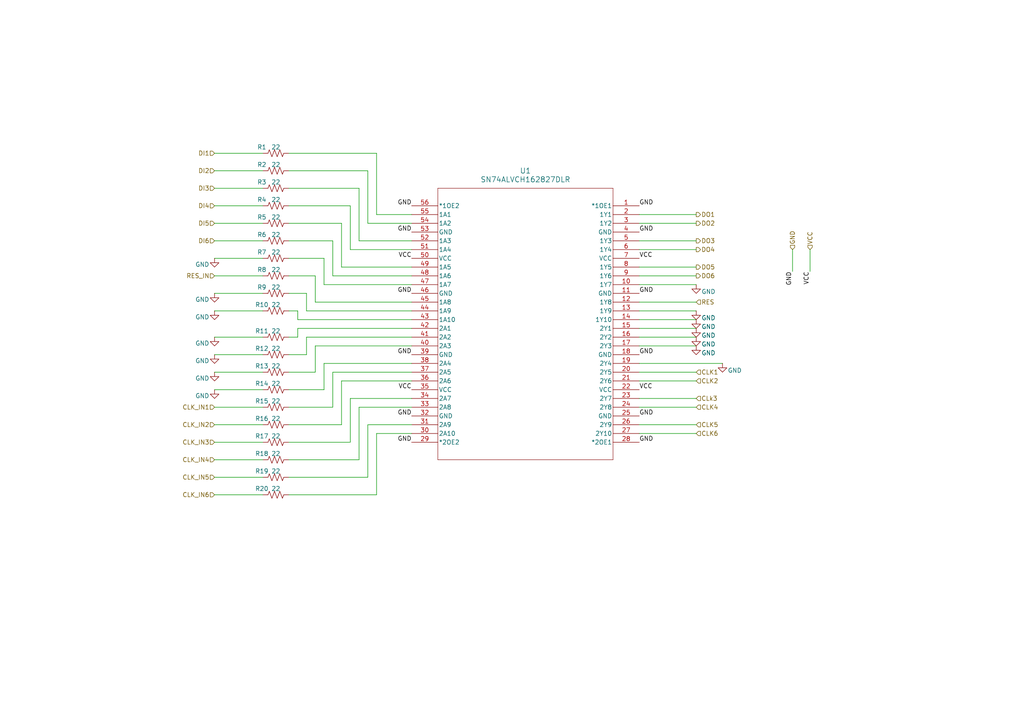
<source format=kicad_sch>
(kicad_sch (version 20231120) (generator "eeschema") (generator_version "8.0")
  (paper "A4")
  (lib_symbols
    (symbol "74ALVCH:SN74ALVCH162827DLR" (pin_names (offset 0.254))
      (property "Reference" "U" (at 33.02 10.16 0))
      (property "Value" "SN74ALVCH162827DLR" (at 33.02 7.62 0))
      (symbol "SN74ALVCH162827DLR_0_1"
        (polyline (pts (xy 7.62 -73.66) (xy 58.42 -73.66)) (stroke (width 0.127)))
        (polyline (pts (xy 7.62 5.08) (xy 7.62 -73.66)) (stroke (width 0.127)))
        (polyline (pts (xy 58.42 -73.66) (xy 58.42 5.08)) (stroke (width 0.127)))
        (polyline (pts (xy 58.42 5.08) (xy 7.62 5.08)) (stroke (width 0.127)))
        (pin input line (at 0 0 0) (length 7.62) (name "*1OE1") (number "1"))
        (pin output line (at 0 -22.86 0) (length 7.62) (name "1Y7") (number "10"))
        (pin power_in line (at 0 -25.4 0) (length 7.62) (name "GND") (number "11"))
        (pin output line (at 0 -27.94 0) (length 7.62) (name "1Y8") (number "12"))
        (pin output line (at 0 -30.48 0) (length 7.62) (name "1Y9") (number "13"))
        (pin output line (at 0 -33.02 0) (length 7.62) (name "1Y10") (number "14"))
        (pin output line (at 0 -35.56 0) (length 7.62) (name "2Y1") (number "15"))
        (pin output line (at 0 -38.1 0) (length 7.62) (name "2Y2") (number "16"))
        (pin output line (at 0 -40.64 0) (length 7.62) (name "2Y3") (number "17"))
        (pin power_in line (at 0 -43.18 0) (length 7.62) (name "GND") (number "18"))
        (pin output line (at 0 -45.72 0) (length 7.62) (name "2Y4") (number "19"))
        (pin output line (at 0 -2.54 0) (length 7.62) (name "1Y1") (number "2"))
        (pin output line (at 0 -48.26 0) (length 7.62) (name "2Y5") (number "20"))
        (pin output line (at 0 -50.8 0) (length 7.62) (name "2Y6") (number "21"))
        (pin power_in line (at 0 -53.34 0) (length 7.62) (name "VCC") (number "22"))
        (pin output line (at 0 -55.88 0) (length 7.62) (name "2Y7") (number "23"))
        (pin output line (at 0 -58.42 0) (length 7.62) (name "2Y8") (number "24"))
        (pin power_in line (at 0 -60.96 0) (length 7.62) (name "GND") (number "25"))
        (pin output line (at 0 -63.5 0) (length 7.62) (name "2Y9") (number "26"))
        (pin output line (at 0 -66.04 0) (length 7.62) (name "2Y10") (number "27"))
        (pin input line (at 0 -68.58 0) (length 7.62) (name "*2OE1") (number "28"))
        (pin input line (at 66.04 -68.58 180) (length 7.62) (name "*2OE2") (number "29"))
        (pin output line (at 0 -5.08 0) (length 7.62) (name "1Y2") (number "3"))
        (pin input line (at 66.04 -66.04 180) (length 7.62) (name "2A10") (number "30"))
        (pin input line (at 66.04 -63.5 180) (length 7.62) (name "2A9") (number "31"))
        (pin power_in line (at 66.04 -60.96 180) (length 7.62) (name "GND") (number "32"))
        (pin input line (at 66.04 -58.42 180) (length 7.62) (name "2A8") (number "33"))
        (pin input line (at 66.04 -55.88 180) (length 7.62) (name "2A7") (number "34"))
        (pin power_in line (at 66.04 -53.34 180) (length 7.62) (name "VCC") (number "35"))
        (pin input line (at 66.04 -50.8 180) (length 7.62) (name "2A6") (number "36"))
        (pin input line (at 66.04 -48.26 180) (length 7.62) (name "2A5") (number "37"))
        (pin input line (at 66.04 -45.72 180) (length 7.62) (name "2A4") (number "38"))
        (pin power_in line (at 66.04 -43.18 180) (length 7.62) (name "GND") (number "39"))
        (pin power_in line (at 0 -7.62 0) (length 7.62) (name "GND") (number "4"))
        (pin input line (at 66.04 -40.64 180) (length 7.62) (name "2A3") (number "40"))
        (pin input line (at 66.04 -38.1 180) (length 7.62) (name "2A2") (number "41"))
        (pin input line (at 66.04 -35.56 180) (length 7.62) (name "2A1") (number "42"))
        (pin input line (at 66.04 -33.02 180) (length 7.62) (name "1A10") (number "43"))
        (pin input line (at 66.04 -30.48 180) (length 7.62) (name "1A9") (number "44"))
        (pin input line (at 66.04 -27.94 180) (length 7.62) (name "1A8") (number "45"))
        (pin power_in line (at 66.04 -25.4 180) (length 7.62) (name "GND") (number "46"))
        (pin input line (at 66.04 -22.86 180) (length 7.62) (name "1A7") (number "47"))
        (pin input line (at 66.04 -20.32 180) (length 7.62) (name "1A6") (number "48"))
        (pin input line (at 66.04 -17.78 180) (length 7.62) (name "1A5") (number "49"))
        (pin output line (at 0 -10.16 0) (length 7.62) (name "1Y3") (number "5"))
        (pin power_in line (at 66.04 -15.24 180) (length 7.62) (name "VCC") (number "50"))
        (pin input line (at 66.04 -12.7 180) (length 7.62) (name "1A4") (number "51"))
        (pin input line (at 66.04 -10.16 180) (length 7.62) (name "1A3") (number "52"))
        (pin power_in line (at 66.04 -7.62 180) (length 7.62) (name "GND") (number "53"))
        (pin input line (at 66.04 -5.08 180) (length 7.62) (name "1A2") (number "54"))
        (pin input line (at 66.04 -2.54 180) (length 7.62) (name "1A1") (number "55"))
        (pin input line (at 66.04 0 180) (length 7.62) (name "*1OE2") (number "56"))
        (pin output line (at 0 -12.7 0) (length 7.62) (name "1Y4") (number "6"))
        (pin power_in line (at 0 -15.24 0) (length 7.62) (name "VCC") (number "7"))
        (pin output line (at 0 -17.78 0) (length 7.62) (name "1Y5") (number "8"))
        (pin output line (at 0 -20.32 0) (length 7.62) (name "1Y6") (number "9"))
      )
    )
    (symbol "Device:R_US" (pin_numbers hide) (pin_names (offset 0))
      (property "Reference" "R" (at 2.54 0 90))
      (property "Value" "R_US" (at -2.54 0 90))
      (symbol "R_US_0_1"
        (polyline (pts (xy 0 -2.286) (xy 0 -2.54)))
        (polyline (pts (xy 0 2.286) (xy 0 2.54)))
        (polyline (pts (xy 0 -0.762) (xy 1.016 -1.143) (xy 0 -1.524) (xy -1.016 -1.905) (xy 0 -2.286)))
        (polyline (pts (xy 0 0.762) (xy 1.016 0.381) (xy 0 0) (xy -1.016 -0.381) (xy 0 -0.762)))
        (polyline (pts (xy 0 2.286) (xy 1.016 1.905) (xy 0 1.524) (xy -1.016 1.143) (xy 0 0.762)))
      )
      (symbol "R_US_1_1"
        (pin passive line (at 0 3.81 270) (length 1.27) (name "~") (number "1"))
        (pin passive line (at 0 -3.81 90) (length 1.27) (name "~") (number "2"))
      )
    )
    (symbol "power:GND" (power) (pin_numbers hide) (pin_names (offset 0) hide)
      (property "Value" "GND" (at 0 -3.81 0))
      (symbol "GND_0_1"
        (polyline (pts (xy 0 0) (xy 0 -1.27) (xy 1.27 -1.27) (xy 0 -2.54) (xy -1.27 -1.27) (xy 0 -1.27)))
      )
      (symbol "GND_1_1"
        (pin power_in line (at 0 0 270) (length 0) (name "~") (number "1"))
      )
    )
  )
  (wire (pts (xy 119.38 92.71) (xy 86.36 92.71)))
  (wire (pts (xy 91.44 80.01) (xy 83.82 80.01)))
  (wire (pts (xy 185.42 105.41) (xy 209.55 105.41)))
  (wire (pts (xy 62.23 54.61) (xy 76.2 54.61)))
  (wire (pts (xy 62.23 128.27) (xy 76.2 128.27)))
  (wire (pts (xy 119.38 123.19) (xy 106.68 123.19)))
  (wire (pts (xy 91.44 100.33) (xy 91.44 107.95)))
  (wire (pts (xy 62.23 90.17) (xy 76.2 90.17)))
  (wire (pts (xy 119.38 82.55) (xy 93.98 82.55)))
  (wire (pts (xy 119.38 100.33) (xy 91.44 100.33)))
  (wire (pts (xy 119.38 118.11) (xy 104.14 118.11)))
  (wire (pts (xy 104.14 69.85) (xy 119.38 69.85)))
  (wire (pts (xy 62.23 97.79) (xy 76.2 97.79)))
  (wire (pts (xy 185.42 115.57) (xy 201.93 115.57)))
  (wire (pts (xy 119.38 115.57) (xy 101.6 115.57)))
  (wire (pts (xy 93.98 74.93) (xy 83.82 74.93)))
  (wire (pts (xy 119.38 107.95) (xy 96.52 107.95)))
  (wire (pts (xy 185.42 123.19) (xy 201.93 123.19)))
  (wire (pts (xy 106.68 64.77) (xy 106.68 49.53)))
  (wire (pts (xy 106.68 138.43) (xy 83.82 138.43)))
  (wire (pts (xy 99.06 77.47) (xy 99.06 64.77)))
  (wire (pts (xy 119.38 77.47) (xy 99.06 77.47)))
  (wire (pts (xy 96.52 80.01) (xy 96.52 69.85)))
  (wire (pts (xy 101.6 59.69) (xy 83.82 59.69)))
  (wire (pts (xy 91.44 87.63) (xy 91.44 80.01)))
  (wire (pts (xy 62.23 138.43) (xy 76.2 138.43)))
  (wire (pts (xy 62.23 143.51) (xy 76.2 143.51)))
  (wire (pts (xy 119.38 64.77) (xy 106.68 64.77)))
  (wire (pts (xy 185.42 82.55) (xy 201.93 82.55)))
  (wire (pts (xy 62.23 85.09) (xy 76.2 85.09)))
  (wire (pts (xy 62.23 69.85) (xy 76.2 69.85)))
  (wire (pts (xy 229.87 72.39) (xy 229.87 78.74)))
  (wire (pts (xy 119.38 97.79) (xy 88.9 97.79)))
  (wire (pts (xy 93.98 82.55) (xy 93.98 74.93)))
  (wire (pts (xy 62.23 80.01) (xy 76.2 80.01)))
  (wire (pts (xy 62.23 123.19) (xy 76.2 123.19)))
  (wire (pts (xy 62.23 74.93) (xy 76.2 74.93)))
  (wire (pts (xy 88.9 102.87) (xy 83.82 102.87)))
  (wire (pts (xy 83.82 85.09) (xy 88.9 85.09)))
  (wire (pts (xy 119.38 87.63) (xy 91.44 87.63)))
  (wire (pts (xy 185.42 95.25) (xy 201.93 95.25)))
  (wire (pts (xy 86.36 95.25) (xy 86.36 97.79)))
  (wire (pts (xy 62.23 44.45) (xy 76.2 44.45)))
  (wire (pts (xy 62.23 118.11) (xy 76.2 118.11)))
  (wire (pts (xy 185.42 107.95) (xy 201.93 107.95)))
  (wire (pts (xy 185.42 118.11) (xy 201.93 118.11)))
  (wire (pts (xy 93.98 105.41) (xy 93.98 113.03)))
  (wire (pts (xy 119.38 105.41) (xy 93.98 105.41)))
  (wire (pts (xy 96.52 107.95) (xy 96.52 118.11)))
  (wire (pts (xy 62.23 64.77) (xy 76.2 64.77)))
  (wire (pts (xy 185.42 90.17) (xy 201.93 90.17)))
  (wire (pts (xy 104.14 54.61) (xy 83.82 54.61)))
  (wire (pts (xy 93.98 113.03) (xy 83.82 113.03)))
  (wire (pts (xy 62.23 113.03) (xy 76.2 113.03)))
  (wire (pts (xy 99.06 110.49) (xy 99.06 123.19)))
  (wire (pts (xy 62.23 49.53) (xy 76.2 49.53)))
  (wire (pts (xy 185.42 87.63) (xy 201.93 87.63)))
  (wire (pts (xy 101.6 72.39) (xy 101.6 59.69)))
  (wire (pts (xy 185.42 92.71) (xy 201.93 92.71)))
  (wire (pts (xy 185.42 110.49) (xy 201.93 110.49)))
  (wire (pts (xy 119.38 80.01) (xy 96.52 80.01)))
  (wire (pts (xy 185.42 125.73) (xy 201.93 125.73)))
  (wire (pts (xy 101.6 115.57) (xy 101.6 128.27)))
  (wire (pts (xy 109.22 125.73) (xy 109.22 143.51)))
  (wire (pts (xy 119.38 72.39) (xy 101.6 72.39)))
  (wire (pts (xy 185.42 77.47) (xy 201.93 77.47)))
  (wire (pts (xy 185.42 80.01) (xy 201.93 80.01)))
  (wire (pts (xy 109.22 143.51) (xy 83.82 143.51)))
  (wire (pts (xy 106.68 123.19) (xy 106.68 138.43)))
  (wire (pts (xy 185.42 62.23) (xy 201.93 62.23)))
  (wire (pts (xy 234.95 72.39) (xy 234.95 78.74)))
  (wire (pts (xy 83.82 69.85) (xy 96.52 69.85)))
  (wire (pts (xy 86.36 92.71) (xy 86.36 90.17)))
  (wire (pts (xy 88.9 85.09) (xy 88.9 90.17)))
  (wire (pts (xy 88.9 90.17) (xy 119.38 90.17)))
  (wire (pts (xy 119.38 110.49) (xy 99.06 110.49)))
  (wire (pts (xy 106.68 49.53) (xy 83.82 49.53)))
  (wire (pts (xy 119.38 95.25) (xy 86.36 95.25)))
  (wire (pts (xy 62.23 107.95) (xy 76.2 107.95)))
  (wire (pts (xy 99.06 64.77) (xy 83.82 64.77)))
  (wire (pts (xy 104.14 69.85) (xy 104.14 54.61)))
  (wire (pts (xy 62.23 59.69) (xy 76.2 59.69)))
  (wire (pts (xy 91.44 107.95) (xy 83.82 107.95)))
  (wire (pts (xy 104.14 133.35) (xy 83.82 133.35)))
  (wire (pts (xy 109.22 44.45) (xy 109.22 62.23)))
  (wire (pts (xy 83.82 44.45) (xy 109.22 44.45)))
  (wire (pts (xy 104.14 118.11) (xy 104.14 133.35)))
  (wire (pts (xy 109.22 62.23) (xy 119.38 62.23)))
  (wire (pts (xy 101.6 128.27) (xy 83.82 128.27)))
  (wire (pts (xy 185.42 100.33) (xy 201.93 100.33)))
  (wire (pts (xy 119.38 125.73) (xy 109.22 125.73)))
  (wire (pts (xy 99.06 123.19) (xy 83.82 123.19)))
  (wire (pts (xy 185.42 64.77) (xy 201.93 64.77)))
  (wire (pts (xy 62.23 133.35) (xy 76.2 133.35)))
  (wire (pts (xy 62.23 102.87) (xy 76.2 102.87)))
  (wire (pts (xy 86.36 90.17) (xy 83.82 90.17)))
  (wire (pts (xy 185.42 69.85) (xy 201.93 69.85)))
  (wire (pts (xy 88.9 97.79) (xy 88.9 102.87)))
  (wire (pts (xy 185.42 72.39) (xy 201.93 72.39)))
  (wire (pts (xy 185.42 97.79) (xy 201.93 97.79)))
  (wire (pts (xy 86.36 97.79) (xy 83.82 97.79)))
  (wire (pts (xy 96.52 118.11) (xy 83.82 118.11)))
  (label "GND" (at 119.38 120.65 180))
  (label "GND" (at 185.42 102.87 0))
  (label "VCC" (at 234.95 78.74 270))
  (label "VCC" (at 185.42 113.03 0))
  (label "GND" (at 119.38 59.69 180))
  (label "GND" (at 119.38 85.09 180))
  (label "GND" (at 185.42 85.09 0))
  (label "GND" (at 119.38 67.31 180))
  (label "GND" (at 185.42 59.69 0))
  (label "GND" (at 185.42 67.31 0))
  (label "VCC" (at 185.42 74.93 0))
  (label "VCC" (at 119.38 74.93 180))
  (label "GND" (at 185.42 128.27 0))
  (label "GND" (at 185.42 120.65 0))
  (label "VCC" (at 119.38 113.03 180))
  (label "GND" (at 119.38 128.27 180))
  (label "GND" (at 229.87 78.74 270))
  (label "GND" (at 119.38 102.87 180))
  (hierarchical_label "DI4" (shape input) (at 62.23 59.69 180))
  (hierarchical_label "CLK_IN2" (shape input) (at 62.23 123.19 180))
  (hierarchical_label "DI6" (shape input) (at 62.23 69.85 180))
  (hierarchical_label "RES_IN" (shape input) (at 62.23 80.01 180))
  (hierarchical_label "GND" (shape input) (at 229.87 72.39 90))
  (hierarchical_label "DO6" (shape output) (at 201.93 80.01 0))
  (hierarchical_label "DO1" (shape output) (at 201.93 62.23 0))
  (hierarchical_label "CLK_IN5" (shape input) (at 62.23 138.43 180))
  (hierarchical_label "CLK_IN3" (shape input) (at 62.23 128.27 180))
  (hierarchical_label "VCC" (shape input) (at 234.95 72.39 90))
  (hierarchical_label "CLK2" (shape input) (at 201.93 110.49 0))
  (hierarchical_label "DO4" (shape output) (at 201.93 72.39 0))
  (hierarchical_label "CLK1" (shape input) (at 201.93 107.95 0))
  (hierarchical_label "DO2" (shape output) (at 201.93 64.77 0))
  (hierarchical_label "CLk3" (shape input) (at 201.93 115.57 0))
  (hierarchical_label "DI2" (shape input) (at 62.23 49.53 180))
  (hierarchical_label "CLK_IN4" (shape input) (at 62.23 133.35 180))
  (hierarchical_label "DI5" (shape input) (at 62.23 64.77 180))
  (hierarchical_label "CLK_IN1" (shape input) (at 62.23 118.11 180))
  (hierarchical_label "DI3" (shape input) (at 62.23 54.61 180))
  (hierarchical_label "CLK6" (shape input) (at 201.93 125.73 0))
  (hierarchical_label "CLK5" (shape input) (at 201.93 123.19 0))
  (hierarchical_label "CLK4" (shape input) (at 201.93 118.11 0))
  (hierarchical_label "DO5" (shape output) (at 201.93 77.47 0))
  (hierarchical_label "RES" (shape input) (at 201.93 87.63 0))
  (hierarchical_label "DO3" (shape output) (at 201.93 69.85 0))
  (hierarchical_label "CLK_IN6" (shape input) (at 62.23 143.51 180))
  (hierarchical_label "DI1" (shape input) (at 62.23 44.45 180))
  (symbol (lib_id "Device:R_US") (at 80.01 143.51 90) (unit 1)
    (property "Reference" "R20" (at 75.946 141.732 90))
    (property "Value" "22" (at 80.01 141.732 90))
    (property "Description" "Resistor, US symbol" (effects (hide yes)))
  )
  (symbol (lib_id "Device:R_US") (at 80.01 97.79 90) (unit 1)
    (property "Reference" "R11" (at 75.946 96.012 90))
    (property "Value" "22" (at 80.01 96.012 90))
    (property "Description" "Resistor, US symbol" (effects (hide yes)))
  )
  (symbol (lib_id "power:GND") (at 201.93 100.33 0) (unit 1)
    (property "Reference" "#PWR020" (effects (hide yes)))
    (property "Value" "GND" (at 205.486 102.362 0))
    (property "Description" "Power symbol creates a global label with name \"GND\" , ground" (effects (hide yes)))
  )
  (symbol (lib_id "Device:R_US") (at 80.01 54.61 90) (unit 1)
    (property "Reference" "R3" (at 75.946 52.832 90))
    (property "Value" "22" (at 80.01 52.832 90))
    (property "Description" "Resistor, US symbol" (effects (hide yes)))
  )
  (symbol (lib_id "Device:R_US") (at 80.01 138.43 90) (unit 1)
    (property "Reference" "R19" (at 75.946 136.652 90))
    (property "Value" "22" (at 80.01 136.652 90))
    (property "Description" "Resistor, US symbol" (effects (hide yes)))
  )
  (symbol (lib_id "power:GND") (at 201.93 82.55 0) (unit 1)
    (property "Reference" "#PWR015" (effects (hide yes)))
    (property "Value" "GND" (at 205.486 84.582 0))
    (property "Description" "Power symbol creates a global label with name \"GND\" , ground" (effects (hide yes)))
  )
  (symbol (lib_id "Device:R_US") (at 80.01 80.01 90) (unit 1)
    (property "Reference" "R8" (at 75.946 78.232 90))
    (property "Value" "22" (at 80.01 78.232 90))
    (property "Description" "Resistor, US symbol" (effects (hide yes)))
  )
  (symbol (lib_id "power:GND") (at 62.23 90.17 0) (unit 1)
    (property "Reference" "#PWR012" (effects (hide yes)))
    (property "Value" "GND" (at 58.674 91.948 0))
    (property "Description" "Power symbol creates a global label with name \"GND\" , ground" (effects (hide yes)))
  )
  (symbol (lib_id "Device:R_US") (at 80.01 69.85 90) (unit 1)
    (property "Reference" "R6" (at 75.946 68.072 90))
    (property "Value" "22" (at 80.01 68.072 90))
    (property "Description" "Resistor, US symbol" (effects (hide yes)))
  )
  (symbol (lib_id "Device:R_US") (at 80.01 85.09 90) (unit 1)
    (property "Reference" "R9" (at 75.946 83.312 90))
    (property "Value" "22" (at 80.01 83.312 90))
    (property "Description" "Resistor, US symbol" (effects (hide yes)))
  )
  (symbol (lib_id "Device:R_US") (at 80.01 128.27 90) (unit 1)
    (property "Reference" "R17" (at 75.946 126.492 90))
    (property "Value" "22" (at 80.01 126.492 90))
    (property "Description" "Resistor, US symbol" (effects (hide yes)))
  )
  (symbol (lib_id "Device:R_US") (at 80.01 64.77 90) (unit 1)
    (property "Reference" "R5" (at 75.946 62.992 90))
    (property "Value" "22" (at 80.01 62.992 90))
    (property "Description" "Resistor, US symbol" (effects (hide yes)))
  )
  (symbol (lib_id "power:GND") (at 201.93 92.71 0) (unit 1)
    (property "Reference" "#PWR017" (effects (hide yes)))
    (property "Value" "GND" (at 205.486 94.742 0))
    (property "Description" "Power symbol creates a global label with name \"GND\" , ground" (effects (hide yes)))
  )
  (symbol (lib_id "Device:R_US") (at 80.01 59.69 90) (unit 1)
    (property "Reference" "R4" (at 75.946 57.912 90))
    (property "Value" "22" (at 80.01 57.912 90))
    (property "Description" "Resistor, US symbol" (effects (hide yes)))
  )
  (symbol (lib_id "power:GND") (at 62.23 102.87 0) (unit 1)
    (property "Reference" "#PWR010" (effects (hide yes)))
    (property "Value" "GND" (at 58.674 104.648 0))
    (property "Description" "Power symbol creates a global label with name \"GND\" , ground" (effects (hide yes)))
  )
  (symbol (lib_id "Device:R_US") (at 80.01 49.53 90) (unit 1)
    (property "Reference" "R2" (at 75.946 47.752 90))
    (property "Value" "22" (at 80.01 47.752 90))
    (property "Description" "Resistor, US symbol" (effects (hide yes)))
  )
  (symbol (lib_id "power:GND") (at 62.23 113.03 0) (unit 1)
    (property "Reference" "#PWR08" (effects (hide yes)))
    (property "Value" "GND" (at 58.674 114.808 0))
    (property "Description" "Power symbol creates a global label with name \"GND\" , ground" (effects (hide yes)))
  )
  (symbol (lib_id "power:GND") (at 209.55 105.41 0) (unit 1)
    (property "Reference" "#PWR019" (effects (hide yes)))
    (property "Value" "GND" (at 213.106 107.442 0))
    (property "Description" "Power symbol creates a global label with name \"GND\" , ground" (effects (hide yes)))
  )
  (symbol (lib_id "Device:R_US") (at 80.01 102.87 90) (unit 1)
    (property "Reference" "R12" (at 75.946 101.092 90))
    (property "Value" "22" (at 80.01 101.092 90))
    (property "Description" "Resistor, US symbol" (effects (hide yes)))
  )
  (symbol (lib_id "Device:R_US") (at 80.01 113.03 90) (unit 1)
    (property "Reference" "R14" (at 75.946 111.252 90))
    (property "Value" "22" (at 80.01 111.252 90))
    (property "Description" "Resistor, US symbol" (effects (hide yes)))
  )
  (symbol (lib_id "Device:R_US") (at 80.01 44.45 90) (unit 1)
    (property "Reference" "R1" (at 75.946 42.672 90))
    (property "Value" "22" (at 80.01 42.672 90))
    (property "Description" "Resistor, US symbol" (effects (hide yes)))
  )
  (symbol (lib_id "power:GND") (at 201.93 95.25 0) (unit 1)
    (property "Reference" "#PWR018" (effects (hide yes)))
    (property "Value" "GND" (at 205.486 97.282 0))
    (property "Description" "Power symbol creates a global label with name \"GND\" , ground" (effects (hide yes)))
  )
  (symbol (lib_id "Device:R_US") (at 80.01 133.35 90) (unit 1)
    (property "Reference" "R18" (at 75.946 131.572 90))
    (property "Value" "22" (at 80.01 131.572 90))
    (property "Description" "Resistor, US symbol" (effects (hide yes)))
  )
  (symbol (lib_id "Device:R_US") (at 80.01 107.95 90) (unit 1)
    (property "Reference" "R13" (at 75.946 106.172 90))
    (property "Value" "22" (at 80.01 106.172 90))
    (property "Description" "Resistor, US symbol" (effects (hide yes)))
  )
  (symbol (lib_id "Device:R_US") (at 80.01 74.93 90) (unit 1)
    (property "Reference" "R7" (at 75.946 73.152 90))
    (property "Value" "22" (at 80.01 73.152 90))
    (property "Description" "Resistor, US symbol" (effects (hide yes)))
  )
  (symbol (lib_id "Device:R_US") (at 80.01 123.19 90) (unit 1)
    (property "Reference" "R16" (at 75.946 121.412 90))
    (property "Value" "22" (at 80.01 121.412 90))
    (property "Description" "Resistor, US symbol" (effects (hide yes)))
  )
  (symbol (lib_id "power:GND") (at 62.23 74.93 0) (unit 1)
    (property "Reference" "#PWR014" (effects (hide yes)))
    (property "Value" "GND" (at 58.674 76.708 0))
    (property "Description" "Power symbol creates a global label with name \"GND\" , ground" (effects (hide yes)))
  )
  (symbol (lib_id "power:GND") (at 62.23 97.79 0) (unit 1)
    (property "Reference" "#PWR011" (effects (hide yes)))
    (property "Value" "GND" (at 58.674 99.568 0))
    (property "Description" "Power symbol creates a global label with name \"GND\" , ground" (effects (hide yes)))
  )
  (symbol (lib_id "power:GND") (at 62.23 107.95 0) (unit 1)
    (property "Reference" "#PWR09" (effects (hide yes)))
    (property "Value" "GND" (at 58.674 109.728 0))
    (property "Description" "Power symbol creates a global label with name \"GND\" , ground" (effects (hide yes)))
  )
  (symbol (lib_id "power:GND") (at 201.93 90.17 0) (unit 1)
    (property "Reference" "#PWR016" (effects (hide yes)))
    (property "Value" "GND" (at 205.486 92.202 0))
    (property "Description" "Power symbol creates a global label with name \"GND\" , ground" (effects (hide yes)))
  )
  (symbol (lib_id "74ALVCH:SN74ALVCH162827DLR") (at 185.42 59.69 0) (mirror y) (unit 1)
    (property "Reference" "U1" (at 152.4 49.53 0) (effects (font (size 1.524 1.524))))
    (property "Value" "SN74ALVCH162827DLR" (at 152.4 52.07 0) (effects (font (size 1.524 1.524))))
    (property "Footprint" "DL56" (effects (hide yes)))
    (property "Datasheet" "SN74ALVCH162827DLR" (effects (hide yes)))
  )
  (symbol (lib_id "power:GND") (at 62.23 85.09 0) (unit 1)
    (property "Reference" "#PWR013" (effects (hide yes)))
    (property "Value" "GND" (at 58.674 86.868 0))
    (property "Description" "Power symbol creates a global label with name \"GND\" , ground" (effects (hide yes)))
  )
  (symbol (lib_id "Device:R_US") (at 80.01 90.17 90) (unit 1)
    (property "Reference" "R10" (at 75.946 88.392 90))
    (property "Value" "22" (at 80.01 88.392 90))
    (property "Description" "Resistor, US symbol" (effects (hide yes)))
  )
  (symbol (lib_id "Device:R_US") (at 80.01 118.11 90) (unit 1)
    (property "Reference" "R15" (at 75.946 116.332 90))
    (property "Value" "22" (at 80.01 116.332 90))
    (property "Description" "Resistor, US symbol" (effects (hide yes)))
  )
  (symbol (lib_id "power:GND") (at 201.93 97.79 0) (unit 1)
    (property "Reference" "#PWR021" (effects (hide yes)))
    (property "Value" "GND" (at 205.486 99.822 0))
    (property "Description" "Power symbol creates a global label with name \"GND\" , ground" (effects (hide yes)))
  )
)
</source>
